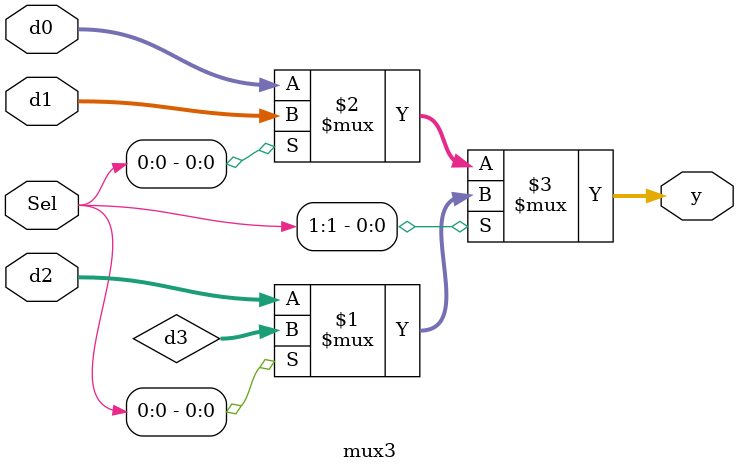
<source format=sv>
module mux3(d0,d1,d2, Sel, y);

	input logic [31:0]d0, d1, d2;
	input logic [1:0]Sel;
	output logic [31:0]y;
	logic [31:0]d3;//lixo, entrada impossivel

 assign y = Sel[1] ? (Sel[0]  ?  d3: d2)
 				      : (Sel[0]  ? d1 : d0);
endmodule


</source>
